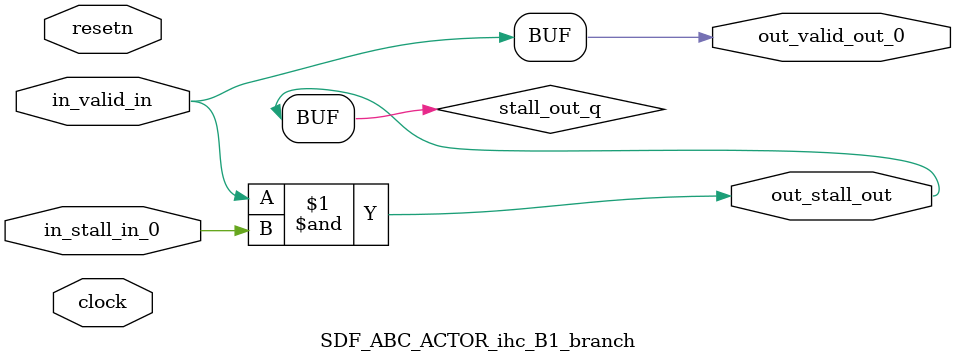
<source format=sv>



(* altera_attribute = "-name AUTO_SHIFT_REGISTER_RECOGNITION OFF; -name MESSAGE_DISABLE 10036; -name MESSAGE_DISABLE 10037; -name MESSAGE_DISABLE 14130; -name MESSAGE_DISABLE 14320; -name MESSAGE_DISABLE 15400; -name MESSAGE_DISABLE 14130; -name MESSAGE_DISABLE 10036; -name MESSAGE_DISABLE 12020; -name MESSAGE_DISABLE 12030; -name MESSAGE_DISABLE 12010; -name MESSAGE_DISABLE 12110; -name MESSAGE_DISABLE 14320; -name MESSAGE_DISABLE 13410; -name MESSAGE_DISABLE 113007; -name MESSAGE_DISABLE 10958" *)
module SDF_ABC_ACTOR_ihc_B1_branch (
    input wire [0:0] in_stall_in_0,
    input wire [0:0] in_valid_in,
    output wire [0:0] out_stall_out,
    output wire [0:0] out_valid_out_0,
    input wire clock,
    input wire resetn
    );

    wire [0:0] stall_out_q;


    // stall_out(LOGICAL,6)
    assign stall_out_q = in_valid_in & in_stall_in_0;

    // out_stall_out(GPOUT,4)
    assign out_stall_out = stall_out_q;

    // out_valid_out_0(GPOUT,5)
    assign out_valid_out_0 = in_valid_in;

endmodule

</source>
